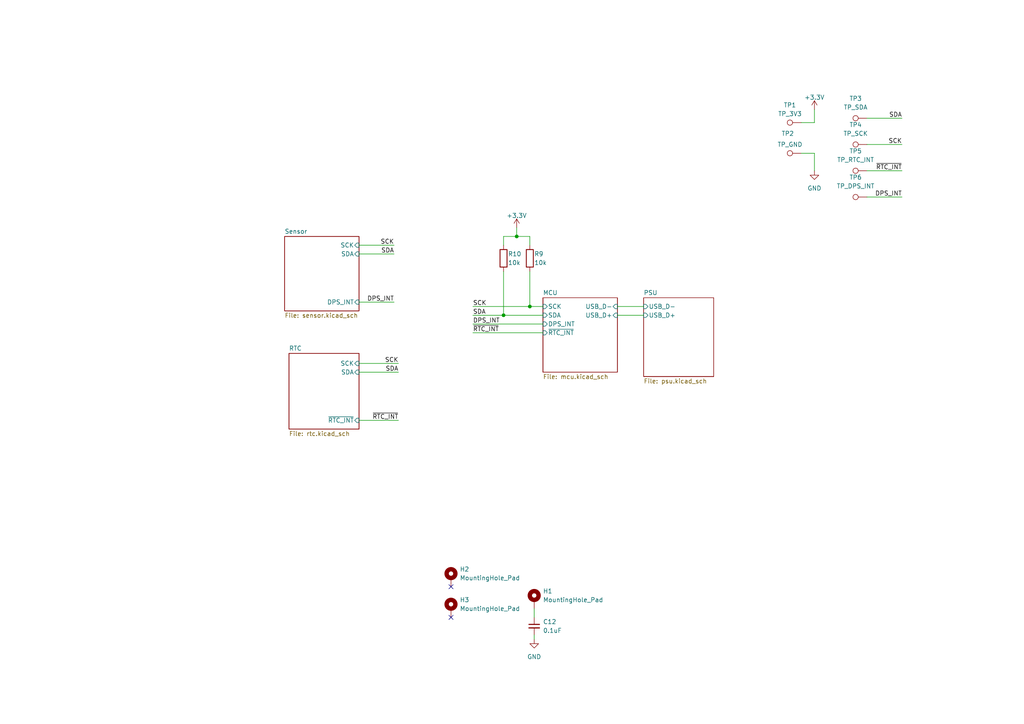
<source format=kicad_sch>
(kicad_sch (version 20230121) (generator eeschema)
  (paper "A4")
  (title_block (title "Openthing 3 River Watch") (date "2023-08-14") (rev "REV.01") (company "OPEN THINGS"))
  (lib_symbols
    (symbol "Connector:TestPoint" (pin_numbers hide) (pin_names (offset 0.762) hide)
      (property "Reference" "TP" (at 0 6.858 0))
      (property "Value" "TestPoint" (at 0 5.08 0))
      (symbol "TestPoint_0_1"
        (circle (center 0 3.302) (radius 0.762))
      )
      (symbol "TestPoint_1_1"
        (pin passive line (at 0 0 90) (length 2.54) (name "1") (number "1"))
      )
    )
    (symbol "Device:C_Small" (pin_numbers hide) (pin_names (offset 0.254) hide)
      (property "Reference" "C" (at 0.254 1.778 0))
      (property "Value" "C_Small" (at 0.254 -2.032 0))
      (symbol "C_Small_0_1"
        (polyline (pts (xy -1.524 -0.508) (xy 1.524 -0.508)) (stroke (width 0.3302)))
        (polyline (pts (xy -1.524 0.508) (xy 1.524 0.508)) (stroke (width 0.3048)))
      )
      (symbol "C_Small_1_1"
        (pin passive line (at 0 2.54 270) (length 2.032) (name "~") (number "1"))
        (pin passive line (at 0 -2.54 90) (length 2.032) (name "~") (number "2"))
      )
    )
    (symbol "Device:R" (pin_numbers hide) (pin_names (offset 0))
      (property "Reference" "R" (at 2.032 0 90))
      (property "Value" "R" (at 0 0 90))
      (symbol "R_0_1"
        (rectangle (start -1.016 -2.54) (end 1.016 2.54) (stroke (width 0.254)))
      )
      (symbol "R_1_1"
        (pin passive line (at 0 3.81 270) (length 1.27) (name "~") (number "1"))
        (pin passive line (at 0 -3.81 90) (length 1.27) (name "~") (number "2"))
      )
    )
    (symbol "Mechanical:MountingHole_Pad" (pin_numbers hide) (pin_names (offset 1.016) hide)
      (property "Reference" "H" (at 0 6.35 0))
      (property "Value" "MountingHole_Pad" (at 0 4.445 0))
      (symbol "MountingHole_Pad_0_1"
        (circle (center 0 1.27) (radius 1.27) (stroke (width 1.27)))
      )
      (symbol "MountingHole_Pad_1_1"
        (pin input line (at 0 -2.54 90) (length 2.54) (name "1") (number "1"))
      )
    )
    (symbol "power:+3.3V" (power) (pin_names (offset 0))
      (property "Value" "+3.3V" (at 0 3.556 0))
      (symbol "+3.3V_0_1"
        (polyline (pts (xy -0.762 1.27) (xy 0 2.54)))
        (polyline (pts (xy 0 0) (xy 0 2.54)))
        (polyline (pts (xy 0 2.54) (xy 0.762 1.27)))
      )
      (symbol "+3.3V_1_1"
        (pin power_in line (at 0 0 90) (length 0) hide (name "+3.3V") (number "1"))
      )
    )
    (symbol "power:GND" (power) (pin_names (offset 0))
      (property "Value" "GND" (at 0 -3.81 0))
      (symbol "GND_0_1"
        (polyline (pts (xy 0 0) (xy 0 -1.27) (xy 1.27 -1.27) (xy 0 -2.54) (xy -1.27 -1.27) (xy 0 -1.27)))
      )
      (symbol "GND_1_1"
        (pin power_in line (at 0 0 270) (length 0) hide (name "GND") (number "1"))
      )
    )
  )
  (junction (at 153.67 88.9))
  (junction (at 149.86 68.58))
  (junction (at 146.05 91.44))
  (no_connect (at 130.81 179.07))
  (no_connect (at 130.81 170.18))
  (wire (pts (xy 104.14 105.41) (xy 115.57 105.41)))
  (wire (pts (xy 104.14 121.92) (xy 115.57 121.92)))
  (wire (pts (xy 146.05 71.12) (xy 146.05 68.58)))
  (wire (pts (xy 232.41 44.45) (xy 236.22 44.45)))
  (wire (pts (xy 251.46 34.29) (xy 261.62 34.29)))
  (wire (pts (xy 154.94 176.53) (xy 154.94 179.07)))
  (wire (pts (xy 251.46 57.15) (xy 261.62 57.15)))
  (wire (pts (xy 153.67 88.9) (xy 157.48 88.9)))
  (wire (pts (xy 236.22 44.45) (xy 236.22 49.53)))
  (wire (pts (xy 154.94 184.15) (xy 154.94 185.42)))
  (wire (pts (xy 251.46 49.53) (xy 261.62 49.53)))
  (wire (pts (xy 179.07 88.9) (xy 186.69 88.9)))
  (wire (pts (xy 104.14 107.95) (xy 115.57 107.95)))
  (wire (pts (xy 236.22 35.56) (xy 232.41 35.56)))
  (wire (pts (xy 104.14 87.63) (xy 114.3 87.63)))
  (wire (pts (xy 251.46 41.91) (xy 261.62 41.91)))
  (wire (pts (xy 153.67 68.58) (xy 149.86 68.58)))
  (wire (pts (xy 146.05 91.44) (xy 157.48 91.44)))
  (wire (pts (xy 153.67 78.74) (xy 153.67 88.9)))
  (wire (pts (xy 137.16 93.98) (xy 157.48 93.98)))
  (wire (pts (xy 179.07 91.44) (xy 186.69 91.44)))
  (wire (pts (xy 153.67 71.12) (xy 153.67 68.58)))
  (wire (pts (xy 137.16 91.44) (xy 146.05 91.44)))
  (wire (pts (xy 146.05 78.74) (xy 146.05 91.44)))
  (wire (pts (xy 104.14 71.12) (xy 114.3 71.12)))
  (wire (pts (xy 104.14 73.66) (xy 114.3 73.66)))
  (wire (pts (xy 149.86 66.04) (xy 149.86 68.58)))
  (wire (pts (xy 236.22 31.75) (xy 236.22 35.56)))
  (wire (pts (xy 146.05 68.58) (xy 149.86 68.58)))
  (wire (pts (xy 137.16 88.9) (xy 153.67 88.9)))
  (wire (pts (xy 137.16 96.52) (xy 157.48 96.52)))
  (label "SDA" (at 115.57 107.95 180))
  (label "~{RTC_INT}" (at 115.57 121.92 180))
  (label "DPS_INT" (at 137.16 93.98 0))
  (label "SCK" (at 137.16 88.9 0))
  (label "SDA" (at 114.3 73.66 180))
  (label "SDA" (at 137.16 91.44 0))
  (label "SCK" (at 114.3 71.12 180))
  (label "~{RTC_INT}" (at 137.16 96.52 0))
  (label "SDA" (at 261.62 34.29 180))
  (label "DPS_INT" (at 114.3 87.63 180))
  (label "~{RTC_INT}" (at 261.62 49.53 180))
  (label "DPS_INT" (at 261.62 57.15 180))
  (label "SCK" (at 115.57 105.41 180))
  (label "SCK" (at 261.62 41.91 180))
  (symbol (lib_id "power:GND") (at 154.94 185.42 0) (unit 1)
    (property "Reference" "#PWR021" (effects hide))
    (property "Value" "GND" (at 154.94 190.5 0))
  )
  (symbol (lib_id "power:+3.3V") (at 149.86 66.04 0) (unit 1)
    (property "Reference" "#PWR020" (effects hide))
    (property "Value" "+3.3V" (at 149.86 62.5381 0))
    (instances (project "ot-riwa" (path "" (reference "#PWR020") (unit 1)) (path "" (reference "#PWR020") (unit 1))) (project "dps368-breakout" (path "" (reference "#PWR09") (unit 1))))
  )
  (symbol (lib_id "Connector:TestPoint") (at 251.46 49.53 90) (unit 1) (in_bom no)
    (property "Reference" "TP5" (at 248.158 43.815 90))
    (property "Value" "TP_RTC_INT" (at 248.158 46.355 90))
    (property "Footprint" "TestPoint:TestPoint_Pad_D1.5mm" (effects hide))
  )
  (symbol (lib_id "Mechanical:MountingHole_Pad") (at 130.81 167.64 0) (unit 1)
    (property "Reference" "H2" (at 133.35 165.1 0) (effects (justify left)))
    (property "Value" "MountingHole_Pad" (at 133.35 167.64 0) (effects (justify left)))
    (property "Footprint" "MountingHole:MountingHole_2.5mm_Pad_Via" (effects hide))
  )
  (symbol (lib_id "power:+3.3V") (at 236.22 31.75 0) (unit 1)
    (property "Reference" "#PWR046" (effects hide))
    (property "Value" "+3.3V" (at 236.22 28.2481 0))
    (instances (project "ot-riwa" (path "" (reference "#PWR046") (unit 1)) (path "" (reference "#PWR020") (unit 1))) (project "dps368-breakout" (path "" (reference "#PWR09") (unit 1))))
  )
  (symbol (lib_id "Mechanical:MountingHole_Pad") (at 154.94 173.99 0) (unit 1)
    (property "Reference" "H1" (at 157.48 171.45 0) (effects (justify left)))
    (property "Value" "MountingHole_Pad" (at 157.48 173.99 0) (effects (justify left)))
    (property "Footprint" "MountingHole:MountingHole_2.5mm_Pad_Via" (effects hide))
  )
  (symbol (lib_id "Device:R") (at 146.05 74.93 180) (unit 1)
    (property "Reference" "R10" (at 147.32 73.66 0) (effects (justify right)))
    (property "Value" "10k" (at 147.32 76.2 0) (effects (justify right)))
    (property "Footprint" "Resistor_SMD:R_0603_1608Metric" (effects hide))
    (instances (project "ot-riwa" (path "" (reference "R10") (unit 1)) (path "" (reference "R10") (unit 1))) (project "dps368-breakout" (path "" (reference "R3") (unit 1))))
  )
  (symbol (lib_id "Connector:TestPoint") (at 232.41 35.56 90) (unit 1) (in_bom no)
    (property "Reference" "TP1" (at 229.108 30.48 90))
    (property "Value" "TP_3V3" (at 229.108 33.02 90))
    (property "Footprint" "TestPoint:TestPoint_Pad_D1.5mm" (effects hide))
  )
  (symbol (lib_id "Connector:TestPoint") (at 251.46 57.15 90) (unit 1) (in_bom no)
    (property "Reference" "TP6" (at 248.158 51.435 90))
    (property "Value" "TP_DPS_INT" (at 248.158 53.975 90))
    (property "Footprint" "TestPoint:TestPoint_Pad_D1.5mm" (effects hide))
  )
  (symbol (lib_id "Device:C_Small") (at 154.94 181.61 0) (unit 1)
    (property "Reference" "C12" (at 157.48 180.3463 0) (effects (justify left)))
    (property "Value" "0.1uF" (at 157.48 182.8863 0) (effects (justify left)))
    (property "Footprint" "Capacitor_SMD:C_0603_1608Metric" (effects hide))
    (instances (project "ot-riwa" (path "" (reference "C12") (unit 1)) (path "" (reference "C8") (unit 1))))
  )
  (symbol (lib_id "Connector:TestPoint") (at 251.46 41.91 90) (unit 1) (in_bom no)
    (property "Reference" "TP4" (at 248.158 36.195 90))
    (property "Value" "TP_SCK" (at 248.158 38.735 90))
    (property "Footprint" "TestPoint:TestPoint_Pad_D1.5mm" (effects hide))
  )
  (symbol (lib_id "Mechanical:MountingHole_Pad") (at 130.81 176.53 0) (unit 1)
    (property "Reference" "H3" (at 133.35 173.99 0) (effects (justify left)))
    (property "Value" "MountingHole_Pad" (at 133.35 176.53 0) (effects (justify left)))
    (property "Footprint" "MountingHole:MountingHole_2.5mm_Pad_Via" (effects hide))
  )
  (symbol (lib_id "Device:R") (at 153.67 74.93 180) (unit 1)
    (property "Reference" "R9" (at 154.94 73.66 0) (effects (justify right)))
    (property "Value" "10k" (at 154.94 76.2 0) (effects (justify right)))
    (property "Footprint" "Resistor_SMD:R_0603_1608Metric" (effects hide))
    (instances (project "ot-riwa" (path "" (reference "R9") (unit 1)) (path "" (reference "R9") (unit 1))) (project "dps368-breakout" (path "" (reference "R2") (unit 1))))
  )
  (symbol (lib_id "Connector:TestPoint") (at 232.41 44.45 90) (unit 1) (in_bom no)
    (property "Reference" "TP2" (at 228.473 38.735 90))
    (property "Value" "TP_GND" (at 229.108 41.91 90))
    (property "Footprint" "TestPoint:TestPoint_Pad_D1.5mm" (effects hide))
  )
  (symbol (lib_id "Connector:TestPoint") (at 251.46 34.29 90) (unit 1) (in_bom no)
    (property "Reference" "TP3" (at 248.158 28.575 90))
    (property "Value" "TP_SDA" (at 248.158 31.115 90))
    (property "Footprint" "TestPoint:TestPoint_Pad_D1.5mm" (effects hide))
  )
  (symbol (lib_id "power:GND") (at 236.22 49.53 0) (unit 1)
    (property "Reference" "#PWR047" (effects hide))
    (property "Value" "GND" (at 236.22 54.61 0))
  )
  (sheet (at 82.55 68.58) (size 21.59 21.59) (stroke (width 0.1524))
    (property "Sheetname" "Sensor" (at 82.55 67.8684 0) (effects (justify left bottom)))
    (property "Sheetfile" "sensor.kicad_sch" (at 82.55 90.7546 0) (effects (justify left top)))
    (pin "SDA" input (at 104.14 73.66 0))
    (pin "DPS_INT" input (at 104.14 87.63 0))
    (pin "SCK" input (at 104.14 71.12 0))
  )
  (sheet (at 83.82 102.489) (size 20.32 21.971) (stroke (width 0.1524))
    (property "Sheetname" "RTC" (at 83.82 101.7774 0) (effects (justify left bottom)))
    (property "Sheetfile" "rtc.kicad_sch" (at 83.82 125.0446 0) (effects (justify left top)))
    (pin "~{RTC_INT}" input (at 104.14 121.92 0))
    (pin "SDA" input (at 104.14 107.95 0))
    (pin "SCK" input (at 104.14 105.41 0))
  )
  (sheet (at 157.48 86.36) (size 21.59 21.59) (stroke (width 0.1524))
    (property "Sheetname" "MCU" (at 157.48 85.6484 0) (effects (justify left bottom)))
    (property "Sheetfile" "mcu.kicad_sch" (at 157.48 108.5346 0) (effects (justify left top)))
    (pin "SCK" input (at 157.48 88.9 180))
    (pin "USB_D-" input (at 179.07 88.9 0))
    (pin "DPS_INT" input (at 157.48 93.98 180))
    (pin "~{RTC_INT}" input (at 157.48 96.52 180))
    (pin "SDA" input (at 157.48 91.44 180))
    (pin "USB_D+" input (at 179.07 91.44 0))
  )
  (sheet (at 186.69 86.36) (size 20.32 22.86) (stroke (width 0.1524))
    (property "Sheetname" "PSU" (at 186.69 85.6484 0) (effects (justify left bottom)))
    (property "Sheetfile" "psu.kicad_sch" (at 186.69 109.8046 0) (effects (justify left top)))
    (pin "USB_D-" input (at 186.69 88.9 180))
    (pin "USB_D+" input (at 186.69 91.44 180))
  )
)
</source>
